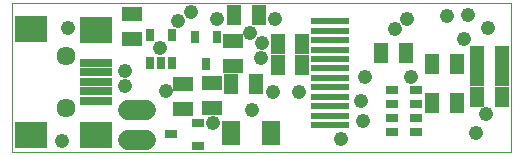
<source format=gbs>
G75*
G70*
%OFA0B0*%
%FSLAX24Y24*%
%IPPOS*%
%LPD*%
%AMOC8*
5,1,8,0,0,1.08239X$1,22.5*
%
%ADD10C,0.0000*%
%ADD11R,0.1261X0.0237*%
%ADD12R,0.1064X0.0867*%
%ADD13R,0.1064X0.0277*%
%ADD14C,0.0634*%
%ADD15R,0.0316X0.0434*%
%ADD16C,0.0680*%
%ADD17R,0.0513X0.0671*%
%ADD18R,0.0671X0.0513*%
%ADD19R,0.0434X0.0316*%
%ADD20R,0.0631X0.0789*%
%ADD21R,0.0395X0.0277*%
%ADD22C,0.0476*%
D10*
X000675Y001220D02*
X000675Y006190D01*
X017307Y006190D01*
X017307Y001220D01*
X000675Y001220D01*
D11*
X011269Y002125D03*
X011269Y002440D03*
X011269Y002755D03*
X011269Y003070D03*
X011269Y003385D03*
X011269Y003700D03*
X011269Y004015D03*
X011269Y004330D03*
X011269Y004645D03*
X011269Y004960D03*
X011269Y005275D03*
X011269Y005590D03*
D12*
X003460Y005302D03*
X001294Y005341D03*
X001294Y001798D03*
X003460Y001798D03*
D13*
X003460Y002940D03*
X003460Y003255D03*
X003460Y003570D03*
X003460Y003884D03*
X003460Y004199D03*
D14*
X002475Y004436D03*
X002475Y002703D03*
D15*
X005257Y004209D03*
X005631Y004209D03*
X006005Y004209D03*
X007121Y004169D03*
X006747Y005074D03*
X006005Y005114D03*
X005257Y005114D03*
X007495Y005074D03*
D16*
X005125Y002620D02*
X004525Y002620D01*
X004525Y001620D02*
X005125Y001620D01*
D17*
X007962Y003500D03*
X008789Y003500D03*
X009512Y004120D03*
X010339Y004120D03*
X010339Y004830D03*
X009512Y004830D03*
X008899Y005780D03*
X008072Y005780D03*
X012962Y004520D03*
X013789Y004520D03*
X014662Y004170D03*
X015489Y004170D03*
X016162Y004440D03*
X016989Y004440D03*
X016989Y003760D03*
X016162Y003760D03*
X016162Y003070D03*
X015489Y002870D03*
X014662Y002870D03*
X016989Y003070D03*
D18*
X008025Y004096D03*
X007325Y003533D03*
X006375Y003503D03*
X007325Y002706D03*
X006375Y002676D03*
X008025Y004923D03*
X004665Y005006D03*
X004665Y005833D03*
D19*
X006870Y002188D03*
X005965Y001814D03*
X006870Y001440D03*
D20*
X007956Y001870D03*
X009295Y001870D03*
D21*
X013341Y001895D03*
X013341Y002368D03*
X013341Y002840D03*
X013341Y003312D03*
X014128Y003312D03*
X014128Y002840D03*
X014128Y002368D03*
X014128Y001895D03*
D22*
X012345Y002250D03*
X011635Y001650D03*
X012305Y002930D03*
X012425Y003720D03*
X013975Y003730D03*
X015715Y004980D03*
X016525Y005370D03*
X015845Y005800D03*
X015165Y005770D03*
X013835Y005660D03*
X013425Y005320D03*
X010225Y003240D03*
X009375Y003220D03*
X008675Y002620D03*
X007375Y002190D03*
X005777Y003258D03*
X004425Y003420D03*
X004425Y003920D03*
X005595Y004700D03*
X006195Y005600D03*
X006625Y005880D03*
X007485Y005670D03*
X008605Y005190D03*
X008995Y004870D03*
X008975Y004370D03*
X009425Y005670D03*
X002525Y005370D03*
X002325Y001610D03*
X016115Y001870D03*
X016465Y002480D03*
M02*

</source>
